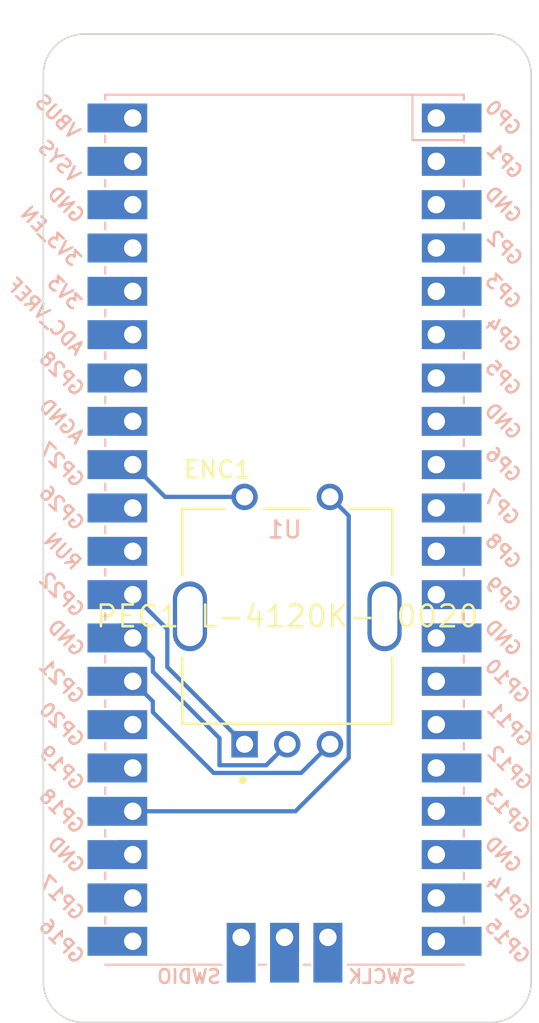
<source format=kicad_pcb>
(kicad_pcb (version 20221018) (generator pcbnew)
  (layers (0 "F.Cu" signal) (31 "B.Cu" signal) (34 "B.Paste" user) (35 "F.Paste" user) (36 "B.SilkS" user "B.Silkscreen") (37 "F.SilkS" user "F.Silkscreen") (38 "B.Mask" user) (39 "F.Mask" user) (44 "Edge.Cuts" user))
  (net 0 "")
  (net 24 "Net-(U1-GPIO18)")
  (net 29 "Net-(U1-GPIO27_ADC1)")
  (net 41 "Net-(ENC1-CHANNEL_A)")
  (net 42 "Net-(ENC1-COMMON)")
  (net 43 "Net-(ENC1-CHANNEL_B)")
  (footprint "Bourns-PEC11L-4120K-S0020:Bourns-PEC11L-4120K-S0020-MFG" (layer "F.Cu") (at 113.50625 86.51875)
    (fp_text reference "ENC1" (at -6.15 -8.6) (layer "F.SilkS") (effects (justify left)))
    (fp_text value "PEC11L-4120K-S0020" (at 0 0) (layer "F.SilkS") (effects (font (size 1.27 1.27))))
    (fp_line (start -6.15 -6.3) (end -3.65 -6.3) (stroke (width 0.15)) (layer "F.SilkS"))
    (fp_line (start -6.15 -2.424999) (end -6.15 -6.3) (stroke (width 0.15)) (layer "F.SilkS"))
    (fp_line (start -6.15 6.3) (end -6.15 2.424999) (stroke (width 0.15)) (layer "F.SilkS"))
    (fp_line (start -6.15 6.3) (end 6.15 6.3) (stroke (width 0.15)) (layer "F.SilkS"))
    (fp_line (start -1.35 -6.3) (end 1.35 -6.3) (stroke (width 0.15)) (layer "F.SilkS"))
    (fp_line (start 3.65 -6.3) (end 6.15 -6.3) (stroke (width 0.15)) (layer "F.SilkS"))
    (fp_line (start 6.15 -2.424999) (end 6.15 -6.3) (stroke (width 0.15)) (layer "F.SilkS"))
    (fp_line (start 6.15 6.3) (end 6.15 2.424999) (stroke (width 0.15)) (layer "F.SilkS"))
    (fp_circle (center -2.6 9.6) (end -2.475 9.6) (stroke (width 0.25)) (fill none) (layer "F.SilkS"))
    (pad "1" thru_hole circle (at -2.5 -7) (size 1.55 1.55) (drill 1) (layers "*.Cu") (net 29 "Net-(U1-GPIO27_ADC1)"))
    (pad "2" thru_hole circle (at 2.5 -7) (size 1.55 1.55) (drill 1) (layers "*.Cu") (net 24 "Net-(U1-GPIO18)"))
    (pad "3" thru_hole roundrect (at -5.7 0) (size 2 4.099999) (drill oval 1.5 3.5) (layers "*.Cu") (roundrect_rratio 0.5))
    (pad "4" thru_hole roundrect (at 5.7 0) (size 2 4.099999) (drill oval 1.5 3.5) (layers "*.Cu") (roundrect_rratio 0.5))
    (pad "A" thru_hole rect (at -2.5 7.5) (size 1.55 1.55) (drill 1) (layers "*.Cu") (net 41 "Net-(ENC1-CHANNEL_A)"))
    (pad "B" thru_hole circle (at 2.5 7.5) (size 1.55 1.55) (drill 1) (layers "*.Cu") (net 43 "Net-(ENC1-CHANNEL_B)"))
    (pad "C" thru_hole circle (at 0 7.5) (size 1.55 1.55) (drill 1) (layers "*.Cu") (net 42 "Net-(ENC1-COMMON)"))
  )
  (footprint "MCU_RaspberryPi_and_Boards:RPi_Pico_SMD_TH" (layer "B.Cu") (at 113.3475 81.43875 180)
    (fp_text reference "U1" (at 0 0) (layer "B.SilkS") (effects (justify mirror)))
    (fp_text value "Pico")
    (fp_text user "GP10" (at -13.054 -8.89 135) (layer "B.SilkS") (effects (font (size 0.8 0.8)) (justify mirror)))
    (fp_text user "GND" (at 12.8 -6.35 135) (layer "B.SilkS") (effects (font (size 0.8 0.8)) (justify mirror)))
    (fp_text user "AGND" (at 13.054 6.35 135) (layer "B.SilkS") (effects (font (size 0.8 0.8)) (justify mirror)))
    (fp_text user "3V3_EN" (at 13.7 17.2 135) (layer "B.SilkS") (effects (font (size 0.8 0.8)) (justify mirror)))
    (fp_text user "GP15" (at -13.054 -24.13 135) (layer "B.SilkS") (effects (font (size 0.8 0.8)) (justify mirror)))
    (fp_text user "GP8" (at -12.8 -1.27 135) (layer "B.SilkS") (effects (font (size 0.8 0.8)) (justify mirror)))
    (fp_text user "GND" (at 12.8 -19.05 135) (layer "B.SilkS") (effects (font (size 0.8 0.8)) (justify mirror)))
    (fp_text user "GP26" (at 13.054 1.27 135) (layer "B.SilkS") (effects (font (size 0.8 0.8)) (justify mirror)))
    (fp_text user "ADC_VREF" (at 14 12.5 135) (layer "B.SilkS") (effects (font (size 0.8 0.8)) (justify mirror)))
    (fp_text user "GP7" (at -12.7 1.3 135) (layer "B.SilkS") (effects (font (size 0.8 0.8)) (justify mirror)))
    (fp_text user "VBUS" (at 13.3 24.2 135) (layer "B.SilkS") (effects (font (size 0.8 0.8)) (justify mirror)))
    (fp_text user "GP28" (at 13.054 9.144 135) (layer "B.SilkS") (effects (font (size 0.8 0.8)) (justify mirror)))
    (fp_text user "GP18" (at 13.054 -16.51 135) (layer "B.SilkS") (effects (font (size 0.8 0.8)) (justify mirror)))
    (fp_text user "GP14" (at -13.1 -21.59 135) (layer "B.SilkS") (effects (font (size 0.8 0.8)) (justify mirror)))
    (fp_text user "GND" (at 12.8 19.05 135) (layer "B.SilkS") (effects (font (size 0.8 0.8)) (justify mirror)))
    (fp_text user "GP2" (at -12.9 16.51 135) (layer "B.SilkS") (effects (font (size 0.8 0.8)) (justify mirror)))
    (fp_text user "GP6" (at -12.8 3.81 135) (layer "B.SilkS") (effects (font (size 0.8 0.8)) (justify mirror)))
    (fp_text user "GP12" (at -13.2 -13.97 135) (layer "B.SilkS") (effects (font (size 0.8 0.8)) (justify mirror)))
    (fp_text user "GND" (at -12.8 19.05 135) (layer "B.SilkS") (effects (font (size 0.8 0.8)) (justify mirror)))
    (fp_text user "GP11" (at -13.2 -11.43 135) (layer "B.SilkS") (effects (font (size 0.8 0.8)) (justify mirror)))
    (fp_text user "SWCLK" (at -5.7 -26.2) (layer "B.SilkS") (effects (font (size 0.8 0.8)) (justify mirror)))
    (fp_text user "GP20" (at 13.054 -11.43 135) (layer "B.SilkS") (effects (font (size 0.8 0.8)) (justify mirror)))
    (fp_text user "GP19" (at 13.054 -13.97 135) (layer "B.SilkS") (effects (font (size 0.8 0.8)) (justify mirror)))
    (fp_text user "GND" (at -12.8 -6.35 135) (layer "B.SilkS") (effects (font (size 0.8 0.8)) (justify mirror)))
    (fp_text user "GP22" (at 13.054 -3.81 135) (layer "B.SilkS") (effects (font (size 0.8 0.8)) (justify mirror)))
    (fp_text user "GP16" (at 13.054 -24.13 135) (layer "B.SilkS") (effects (font (size 0.8 0.8)) (justify mirror)))
    (fp_text user "VSYS" (at 13.2 21.59 135) (layer "B.SilkS") (effects (font (size 0.8 0.8)) (justify mirror)))
    (fp_text user "GP4" (at -12.8 11.43 135) (layer "B.SilkS") (effects (font (size 0.8 0.8)) (justify mirror)))
    (fp_text user "GP27" (at 13.054 3.8 135) (layer "B.SilkS") (effects (font (size 0.8 0.8)) (justify mirror)))
    (fp_text user "GP5" (at -12.8 8.89 135) (layer "B.SilkS") (effects (font (size 0.8 0.8)) (justify mirror)))
    (fp_text user "GP3" (at -12.8 13.97 135) (layer "B.SilkS") (effects (font (size 0.8 0.8)) (justify mirror)))
    (fp_text user "GND" (at -12.8 6.35 135) (layer "B.SilkS") (effects (font (size 0.8 0.8)) (justify mirror)))
    (fp_text user "GP0" (at -12.8 24.13 135) (layer "B.SilkS") (effects (font (size 0.8 0.8)) (justify mirror)))
    (fp_text user "3V3" (at 12.9 13.9 135) (layer "B.SilkS") (effects (font (size 0.8 0.8)) (justify mirror)))
    (fp_text user "GP9" (at -12.8 -3.81 135) (layer "B.SilkS") (effects (font (size 0.8 0.8)) (justify mirror)))
    (fp_text user "GND" (at -12.8 -19.05 135) (layer "B.SilkS") (effects (font (size 0.8 0.8)) (justify mirror)))
    (fp_text user "GP21" (at 13.054 -8.9 135) (layer "B.SilkS") (effects (font (size 0.8 0.8)) (justify mirror)))
    (fp_text user "GP17" (at 13.054 -21.59 135) (layer "B.SilkS") (effects (font (size 0.8 0.8)) (justify mirror)))
    (fp_text user "SWDIO" (at 5.6 -26.2) (layer "B.SilkS") (effects (font (size 0.8 0.8)) (justify mirror)))
    (fp_text user "RUN" (at 13 -1.27 135) (layer "B.SilkS") (effects (font (size 0.8 0.8)) (justify mirror)))
    (fp_text user "GP1" (at -12.9 21.6 135) (layer "B.SilkS") (effects (font (size 0.8 0.8)) (justify mirror)))
    (fp_text user "GP13" (at -13.054 -16.51 135) (layer "B.SilkS") (effects (font (size 0.8 0.8)) (justify mirror)))
    (fp_line (start -10.5 -22.7) (end -10.5 -23.1) (stroke (width 0.12)) (layer "B.SilkS"))
    (fp_line (start -10.5 -20.1) (end -10.5 -20.5) (stroke (width 0.12)) (layer "B.SilkS"))
    (fp_line (start -10.5 -17.6) (end -10.5 -18) (stroke (width 0.12)) (layer "B.SilkS"))
    (fp_line (start -10.5 -15.1) (end -10.5 -15.5) (stroke (width 0.12)) (layer "B.SilkS"))
    (fp_line (start -10.5 -12.5) (end -10.5 -12.9) (stroke (width 0.12)) (layer "B.SilkS"))
    (fp_line (start -10.5 -10) (end -10.5 -10.4) (stroke (width 0.12)) (layer "B.SilkS"))
    (fp_line (start -10.5 -7.4) (end -10.5 -7.8) (stroke (width 0.12)) (layer "B.SilkS"))
    (fp_line (start -10.5 -4.9) (end -10.5 -5.3) (stroke (width 0.12)) (layer "B.SilkS"))
    (fp_line (start -10.5 -2.3) (end -10.5 -2.7) (stroke (width 0.12)) (layer "B.SilkS"))
    (fp_line (start -10.5 0.2) (end -10.5 -0.2) (stroke (width 0.12)) (layer "B.SilkS"))
    (fp_line (start -10.5 2.7) (end -10.5 2.3) (stroke (width 0.12)) (layer "B.SilkS"))
    (fp_line (start -10.5 5.3) (end -10.5 4.9) (stroke (width 0.12)) (layer "B.SilkS"))
    (fp_line (start -10.5 7.8) (end -10.5 7.4) (stroke (width 0.12)) (layer "B.SilkS"))
    (fp_line (start -10.5 10.4) (end -10.5 10) (stroke (width 0.12)) (layer "B.SilkS"))
    (fp_line (start -10.5 12.9) (end -10.5 12.5) (stroke (width 0.12)) (layer "B.SilkS"))
    (fp_line (start -10.5 15.4) (end -10.5 15) (stroke (width 0.12)) (layer "B.SilkS"))
    (fp_line (start -10.5 18) (end -10.5 17.6) (stroke (width 0.12)) (layer "B.SilkS"))
    (fp_line (start -10.5 20.5) (end -10.5 20.1) (stroke (width 0.12)) (layer "B.SilkS"))
    (fp_line (start -10.5 22.833) (end -7.493 22.833) (stroke (width 0.12)) (layer "B.SilkS"))
    (fp_line (start -10.5 23.1) (end -10.5 22.7) (stroke (width 0.12)) (layer "B.SilkS"))
    (fp_line (start -10.5 25.5) (end -10.5 25.2) (stroke (width 0.12)) (layer "B.SilkS"))
    (fp_line (start -10.5 25.5) (end 10.5 25.5) (stroke (width 0.12)) (layer "B.SilkS"))
    (fp_line (start -7.493 22.833) (end -7.493 25.5) (stroke (width 0.12)) (layer "B.SilkS"))
    (fp_line (start -3.7 -25.5) (end -10.5 -25.5) (stroke (width 0.12)) (layer "B.SilkS"))
    (fp_line (start -1.5 -25.5) (end -1.1 -25.5) (stroke (width 0.12)) (layer "B.SilkS"))
    (fp_line (start 1.1 -25.5) (end 1.5 -25.5) (stroke (width 0.12)) (layer "B.SilkS"))
    (fp_line (start 10.5 -25.5) (end 3.7 -25.5) (stroke (width 0.12)) (layer "B.SilkS"))
    (fp_line (start 10.5 -22.7) (end 10.5 -23.1) (stroke (width 0.12)) (layer "B.SilkS"))
    (fp_line (start 10.5 -20.1) (end 10.5 -20.5) (stroke (width 0.12)) (layer "B.SilkS"))
    (fp_line (start 10.5 -17.6) (end 10.5 -18) (stroke (width 0.12)) (layer "B.SilkS"))
    (fp_line (start 10.5 -15.1) (end 10.5 -15.5) (stroke (width 0.12)) (layer "B.SilkS"))
    (fp_line (start 10.5 -12.5) (end 10.5 -12.9) (stroke (width 0.12)) (layer "B.SilkS"))
    (fp_line (start 10.5 -10) (end 10.5 -10.4) (stroke (width 0.12)) (layer "B.SilkS"))
    (fp_line (start 10.5 -7.4) (end 10.5 -7.8) (stroke (width 0.12)) (layer "B.SilkS"))
    (fp_line (start 10.5 -4.9) (end 10.5 -5.3) (stroke (width 0.12)) (layer "B.SilkS"))
    (fp_line (start 10.5 -2.3) (end 10.5 -2.7) (stroke (width 0.12)) (layer "B.SilkS"))
    (fp_line (start 10.5 0.2) (end 10.5 -0.2) (stroke (width 0.12)) (layer "B.SilkS"))
    (fp_line (start 10.5 2.7) (end 10.5 2.3) (stroke (width 0.12)) (layer "B.SilkS"))
    (fp_line (start 10.5 5.3) (end 10.5 4.9) (stroke (width 0.12)) (layer "B.SilkS"))
    (fp_line (start 10.5 7.8) (end 10.5 7.4) (stroke (width 0.12)) (layer "B.SilkS"))
    (fp_line (start 10.5 10.4) (end 10.5 10) (stroke (width 0.12)) (layer "B.SilkS"))
    (fp_line (start 10.5 12.9) (end 10.5 12.5) (stroke (width 0.12)) (layer "B.SilkS"))
    (fp_line (start 10.5 15.4) (end 10.5 15) (stroke (width 0.12)) (layer "B.SilkS"))
    (fp_line (start 10.5 18) (end 10.5 17.6) (stroke (width 0.12)) (layer "B.SilkS"))
    (fp_line (start 10.5 20.5) (end 10.5 20.1) (stroke (width 0.12)) (layer "B.SilkS"))
    (fp_line (start 10.5 23.1) (end 10.5 22.7) (stroke (width 0.12)) (layer "B.SilkS"))
    (fp_line (start 10.5 25.5) (end 10.5 25.2) (stroke (width 0.12)) (layer "B.SilkS"))
    (pad "" np_thru_hole oval (at -2.725 24 180) (size 1.8 1.8) (drill 1.8) (layers "*.Cu" "*.Mask"))
    (pad "" np_thru_hole oval (at -2.425 20.97 180) (size 1.5 1.5) (drill 1.5) (layers "*.Cu" "*.Mask"))
    (pad "" np_thru_hole oval (at 2.425 20.97 180) (size 1.5 1.5) (drill 1.5) (layers "*.Cu" "*.Mask"))
    (pad "" np_thru_hole oval (at 2.725 24 180) (size 1.8 1.8) (drill 1.8) (layers "*.Cu" "*.Mask"))
    (pad "1" thru_hole oval (at -8.89 24.13 180) (size 1.7 1.7) (drill 1.02) (layers "*.Cu" "*.Mask"))
    (pad "1" smd rect (at -8.89 24.13 180) (size 3.5 1.7) (drill (offset -0.9 0)) (layers "B.Cu" "B.Mask"))
    (pad "2" thru_hole oval (at -8.89 21.59 180) (size 1.7 1.7) (drill 1.02) (layers "*.Cu" "*.Mask"))
    (pad "2" smd rect (at -8.89 21.59 180) (size 3.5 1.7) (drill (offset -0.9 0)) (layers "B.Cu" "B.Mask"))
    (pad "3" thru_hole rect (at -8.89 19.05 180) (size 1.7 1.7) (drill 1.02) (layers "*.Cu" "*.Mask"))
    (pad "3" smd rect (at -8.89 19.05 180) (size 3.5 1.7) (drill (offset -0.9 0)) (layers "B.Cu" "B.Mask"))
    (pad "4" thru_hole oval (at -8.89 16.51 180) (size 1.7 1.7) (drill 1.02) (layers "*.Cu" "*.Mask"))
    (pad "4" smd rect (at -8.89 16.51 180) (size 3.5 1.7) (drill (offset -0.9 0)) (layers "B.Cu" "B.Mask"))
    (pad "5" thru_hole oval (at -8.89 13.97 180) (size 1.7 1.7) (drill 1.02) (layers "*.Cu" "*.Mask"))
    (pad "5" smd rect (at -8.89 13.97 180) (size 3.5 1.7) (drill (offset -0.9 0)) (layers "B.Cu" "B.Mask"))
    (pad "6" thru_hole oval (at -8.89 11.43 180) (size 1.7 1.7) (drill 1.02) (layers "*.Cu" "*.Mask"))
    (pad "6" smd rect (at -8.89 11.43 180) (size 3.5 1.7) (drill (offset -0.9 0)) (layers "B.Cu" "B.Mask"))
    (pad "7" thru_hole oval (at -8.89 8.89 180) (size 1.7 1.7) (drill 1.02) (layers "*.Cu" "*.Mask"))
    (pad "7" smd rect (at -8.89 8.89 180) (size 3.5 1.7) (drill (offset -0.9 0)) (layers "B.Cu" "B.Mask"))
    (pad "8" thru_hole rect (at -8.89 6.35 180) (size 1.7 1.7) (drill 1.02) (layers "*.Cu" "*.Mask"))
    (pad "8" smd rect (at -8.89 6.35 180) (size 3.5 1.7) (drill (offset -0.9 0)) (layers "B.Cu" "B.Mask"))
    (pad "9" thru_hole oval (at -8.89 3.81 180) (size 1.7 1.7) (drill 1.02) (layers "*.Cu" "*.Mask"))
    (pad "9" smd rect (at -8.89 3.81 180) (size 3.5 1.7) (drill (offset -0.9 0)) (layers "B.Cu" "B.Mask"))
    (pad "10" thru_hole oval (at -8.89 1.27 180) (size 1.7 1.7) (drill 1.02) (layers "*.Cu" "*.Mask"))
    (pad "10" smd rect (at -8.89 1.27 180) (size 3.5 1.7) (drill (offset -0.9 0)) (layers "B.Cu" "B.Mask"))
    (pad "11" thru_hole oval (at -8.89 -1.27 180) (size 1.7 1.7) (drill 1.02) (layers "*.Cu" "*.Mask"))
    (pad "11" smd rect (at -8.89 -1.27 180) (size 3.5 1.7) (drill (offset -0.9 0)) (layers "B.Cu" "B.Mask"))
    (pad "12" thru_hole oval (at -8.89 -3.81 180) (size 1.7 1.7) (drill 1.02) (layers "*.Cu" "*.Mask"))
    (pad "12" smd rect (at -8.89 -3.81 180) (size 3.5 1.7) (drill (offset -0.9 0)) (layers "B.Cu" "B.Mask"))
    (pad "13" thru_hole rect (at -8.89 -6.35 180) (size 1.7 1.7) (drill 1.02) (layers "*.Cu" "*.Mask"))
    (pad "13" smd rect (at -8.89 -6.35 180) (size 3.5 1.7) (drill (offset -0.9 0)) (layers "B.Cu" "B.Mask"))
    (pad "14" thru_hole oval (at -8.89 -8.89 180) (size 1.7 1.7) (drill 1.02) (layers "*.Cu" "*.Mask"))
    (pad "14" smd rect (at -8.89 -8.89 180) (size 3.5 1.7) (drill (offset -0.9 0)) (layers "B.Cu" "B.Mask"))
    (pad "15" thru_hole oval (at -8.89 -11.43 180) (size 1.7 1.7) (drill 1.02) (layers "*.Cu" "*.Mask"))
    (pad "15" smd rect (at -8.89 -11.43 180) (size 3.5 1.7) (drill (offset -0.9 0)) (layers "B.Cu" "B.Mask"))
    (pad "16" thru_hole oval (at -8.89 -13.97 180) (size 1.7 1.7) (drill 1.02) (layers "*.Cu" "*.Mask"))
    (pad "16" smd rect (at -8.89 -13.97 180) (size 3.5 1.7) (drill (offset -0.9 0)) (layers "B.Cu" "B.Mask"))
    (pad "17" thru_hole oval (at -8.89 -16.51 180) (size 1.7 1.7) (drill 1.02) (layers "*.Cu" "*.Mask"))
    (pad "17" smd rect (at -8.89 -16.51 180) (size 3.5 1.7) (drill (offset -0.9 0)) (layers "B.Cu" "B.Mask"))
    (pad "18" thru_hole rect (at -8.89 -19.05 180) (size 1.7 1.7) (drill 1.02) (layers "*.Cu" "*.Mask"))
    (pad "18" smd rect (at -8.89 -19.05 180) (size 3.5 1.7) (drill (offset -0.9 0)) (layers "B.Cu" "B.Mask"))
    (pad "19" thru_hole oval (at -8.89 -21.59 180) (size 1.7 1.7) (drill 1.02) (layers "*.Cu" "*.Mask"))
    (pad "19" smd rect (at -8.89 -21.59 180) (size 3.5 1.7) (drill (offset -0.9 0)) (layers "B.Cu" "B.Mask"))
    (pad "20" thru_hole oval (at -8.89 -24.13 180) (size 1.7 1.7) (drill 1.02) (layers "*.Cu" "*.Mask"))
    (pad "20" smd rect (at -8.89 -24.13 180) (size 3.5 1.7) (drill (offset -0.9 0)) (layers "B.Cu" "B.Mask"))
    (pad "21" thru_hole oval (at 8.89 -24.13 180) (size 1.7 1.7) (drill 1.02) (layers "*.Cu" "*.Mask"))
    (pad "21" smd rect (at 8.89 -24.13 180) (size 3.5 1.7) (drill (offset 0.9 0)) (layers "B.Cu" "B.Mask"))
    (pad "22" thru_hole oval (at 8.89 -21.59 180) (size 1.7 1.7) (drill 1.02) (layers "*.Cu" "*.Mask"))
    (pad "22" smd rect (at 8.89 -21.59 180) (size 3.5 1.7) (drill (offset 0.9 0)) (layers "B.Cu" "B.Mask"))
    (pad "23" thru_hole rect (at 8.89 -19.05 180) (size 1.7 1.7) (drill 1.02) (layers "*.Cu" "*.Mask"))
    (pad "23" smd rect (at 8.89 -19.05 180) (size 3.5 1.7) (drill (offset 0.9 0)) (layers "B.Cu" "B.Mask"))
    (pad "24" thru_hole oval (at 8.89 -16.51 180) (size 1.7 1.7) (drill 1.02) (layers "*.Cu" "*.Mask") (net 24 "Net-(U1-GPIO18)"))
    (pad "24" smd rect (at 8.89 -16.51 180) (size 3.5 1.7) (drill (offset 0.9 0)) (layers "B.Cu" "B.Mask") (net 24 "Net-(U1-GPIO18)"))
    (pad "25" thru_hole oval (at 8.89 -13.97 180) (size 1.7 1.7) (drill 1.02) (layers "*.Cu" "*.Mask"))
    (pad "25" smd rect (at 8.89 -13.97 180) (size 3.5 1.7) (drill (offset 0.9 0)) (layers "B.Cu" "B.Mask"))
    (pad "26" thru_hole oval (at 8.89 -11.43 180) (size 1.7 1.7) (drill 1.02) (layers "*.Cu" "*.Mask"))
    (pad "26" smd rect (at 8.89 -11.43 180) (size 3.5 1.7) (drill (offset 0.9 0)) (layers "B.Cu" "B.Mask"))
    (pad "27" thru_hole oval (at 8.89 -8.89 180) (size 1.7 1.7) (drill 1.02) (layers "*.Cu" "*.Mask") (net 43 "Net-(ENC1-CHANNEL_B)"))
    (pad "27" smd rect (at 8.89 -8.89 180) (size 3.5 1.7) (drill (offset 0.9 0)) (layers "B.Cu" "B.Mask") (net 43 "Net-(ENC1-CHANNEL_B)"))
    (pad "28" thru_hole rect (at 8.89 -6.35 180) (size 1.7 1.7) (drill 1.02) (layers "*.Cu" "*.Mask") (net 42 "Net-(ENC1-COMMON)"))
    (pad "28" smd rect (at 8.89 -6.35 180) (size 3.5 1.7) (drill (offset 0.9 0)) (layers "B.Cu" "B.Mask") (net 42 "Net-(ENC1-COMMON)"))
    (pad "29" thru_hole oval (at 8.89 -3.81 180) (size 1.7 1.7) (drill 1.02) (layers "*.Cu" "*.Mask") (net 41 "Net-(ENC1-CHANNEL_A)"))
    (pad "29" smd rect (at 8.89 -3.81 180) (size 3.5 1.7) (drill (offset 0.9 0)) (layers "B.Cu" "B.Mask") (net 41 "Net-(ENC1-CHANNEL_A)"))
    (pad "30" thru_hole oval (at 8.89 -1.27 180) (size 1.7 1.7) (drill 1.02) (layers "*.Cu" "*.Mask"))
    (pad "30" smd rect (at 8.89 -1.27 180) (size 3.5 1.7) (drill (offset 0.9 0)) (layers "B.Cu" "B.Mask"))
    (pad "31" thru_hole oval (at 8.89 1.27 180) (size 1.7 1.7) (drill 1.02) (layers "*.Cu" "*.Mask"))
    (pad "31" smd rect (at 8.89 1.27 180) (size 3.5 1.7) (drill (offset 0.9 0)) (layers "B.Cu" "B.Mask"))
    (pad "32" thru_hole oval (at 8.89 3.81 180) (size 1.7 1.7) (drill 1.02) (layers "*.Cu" "*.Mask") (net 29 "Net-(U1-GPIO27_ADC1)"))
    (pad "32" smd rect (at 8.89 3.81 180) (size 3.5 1.7) (drill (offset 0.9 0)) (layers "B.Cu" "B.Mask") (net 29 "Net-(U1-GPIO27_ADC1)"))
    (pad "33" thru_hole rect (at 8.89 6.35 180) (size 1.7 1.7) (drill 1.02) (layers "*.Cu" "*.Mask"))
    (pad "33" smd rect (at 8.89 6.35 180) (size 3.5 1.7) (drill (offset 0.9 0)) (layers "B.Cu" "B.Mask"))
    (pad "34" thru_hole oval (at 8.89 8.89 180) (size 1.7 1.7) (drill 1.02) (layers "*.Cu" "*.Mask"))
    (pad "34" smd rect (at 8.89 8.89 180) (size 3.5 1.7) (drill (offset 0.9 0)) (layers "B.Cu" "B.Mask"))
    (pad "35" thru_hole oval (at 8.89 11.43 180) (size 1.7 1.7) (drill 1.02) (layers "*.Cu" "*.Mask"))
    (pad "35" smd rect (at 8.89 11.43 180) (size 3.5 1.7) (drill (offset 0.9 0)) (layers "B.Cu" "B.Mask"))
    (pad "36" thru_hole oval (at 8.89 13.97 180) (size 1.7 1.7) (drill 1.02) (layers "*.Cu" "*.Mask"))
    (pad "36" smd rect (at 8.89 13.97 180) (size 3.5 1.7) (drill (offset 0.9 0)) (layers "B.Cu" "B.Mask"))
    (pad "37" thru_hole oval (at 8.89 16.51 180) (size 1.7 1.7) (drill 1.02) (layers "*.Cu" "*.Mask"))
    (pad "37" smd rect (at 8.89 16.51 180) (size 3.5 1.7) (drill (offset 0.9 0)) (layers "B.Cu" "B.Mask"))
    (pad "38" thru_hole rect (at 8.89 19.05 180) (size 1.7 1.7) (drill 1.02) (layers "*.Cu" "*.Mask"))
    (pad "38" smd rect (at 8.89 19.05 180) (size 3.5 1.7) (drill (offset 0.9 0)) (layers "B.Cu" "B.Mask"))
    (pad "39" thru_hole oval (at 8.89 21.59 180) (size 1.7 1.7) (drill 1.02) (layers "*.Cu" "*.Mask"))
    (pad "39" smd rect (at 8.89 21.59 180) (size 3.5 1.7) (drill (offset 0.9 0)) (layers "B.Cu" "B.Mask"))
    (pad "40" thru_hole oval (at 8.89 24.13 180) (size 1.7 1.7) (drill 1.02) (layers "*.Cu" "*.Mask"))
    (pad "40" smd rect (at 8.89 24.13 180) (size 3.5 1.7) (drill (offset 0.9 0)) (layers "B.Cu" "B.Mask"))
    (pad "41" thru_hole oval (at -2.54 -23.9 180) (size 1.7 1.7) (drill 1.02) (layers "*.Cu" "*.Mask"))
    (pad "41" smd rect (at -2.54 -23.9 90) (size 3.5 1.7) (drill (offset -0.9 0)) (layers "B.Cu" "B.Mask"))
    (pad "42" thru_hole rect (at 0 -23.9 180) (size 1.7 1.7) (drill 1.02) (layers "*.Cu" "*.Mask"))
    (pad "42" smd rect (at 0 -23.9 90) (size 3.5 1.7) (drill (offset -0.9 0)) (layers "B.Cu" "B.Mask"))
    (pad "43" thru_hole oval (at 2.54 -23.9 180) (size 1.7 1.7) (drill 1.02) (layers "*.Cu" "*.Mask"))
    (pad "43" smd rect (at 2.54 -23.9 90) (size 3.5 1.7) (drill (offset -0.9 0)) (layers "B.Cu" "B.Mask"))
  )
  (gr_line (start 125.4125 110.33125) (end 101.6 110.33125) (stroke (width 0.1)) (layer "Edge.Cuts"))
  (gr_arc (start 127.79375 107.95) (mid 127.096298 109.633798) (end 125.4125 110.33125) (stroke (width 0.1)) (layer "Edge.Cuts"))
  (gr_line (start 101.6 52.3875) (end 125.4125 52.3875) (stroke (width 0.1)) (layer "Edge.Cuts"))
  (gr_arc (start 125.4125 52.3875) (mid 127.096298 53.084952) (end 127.79375 54.76875) (stroke (width 0.1)) (layer "Edge.Cuts"))
  (gr_arc (start 101.6 110.33125) (mid 99.916202 109.633798) (end 99.21875 107.95) (stroke (width 0.1)) (layer "Edge.Cuts"))
  (gr_line (start 127.79375 107.95) (end 127.79375 54.76875) (stroke (width 0.1)) (layer "Edge.Cuts"))
  (gr_arc (start 99.21875 54.76875) (mid 99.916202 53.084952) (end 101.6 52.3875) (stroke (width 0.1)) (layer "Edge.Cuts"))
  (gr_line (start 99.21875 107.95) (end 99.21875 54.76875) (stroke (width 0.1)) (layer "Edge.Cuts"))
  (segment (start 117.10625 94.825) (end 113.9825 97.94875) (width 0.25) (layer "B.Cu") (net 24))
  (segment (start 113.9825 97.94875) (end 104.4575 97.94875) (width 0.25) (layer "B.Cu") (net 24))
  (segment (start 117.10625 80.61875) (end 117.10625 94.825) (width 0.25) (layer "B.Cu") (net 24))
  (segment (start 116.00625 79.51875) (end 117.10625 80.61875) (width 0.25) (layer "B.Cu") (net 24))
  (segment (start 111.00625 79.51875) (end 106.3475 79.51875) (width 0.25) (layer "B.Cu") (net 29))
  (segment (start 106.3475 79.51875) (end 104.4575 77.62875) (width 0.25) (layer "B.Cu") (net 29))
  (segment (start 106.48125 89.49375) (end 106.48125 87.2725) (width 0.25) (layer "B.Cu") (net 41))
  (segment (start 106.48125 87.2725) (end 104.4575 85.24875) (width 0.25) (layer "B.Cu") (net 41))
  (segment (start 111.00625 94.01875) (end 106.48125 89.49375) (width 0.25) (layer "B.Cu") (net 41))
  (segment (start 112.275 95.25) (end 109.5375 95.25) (width 0.25) (layer "B.Cu") (net 42))
  (segment (start 109.5375 95.25) (end 109.5375 93.6625) (width 0.25) (layer "B.Cu") (net 42))
  (segment (start 113.50625 94.01875) (end 112.275 95.25) (width 0.25) (layer "B.Cu") (net 42))
  (segment (start 109.5375 93.6625) (end 105.6325 89.7575) (width 0.25) (layer "B.Cu") (net 42))
  (segment (start 105.6325 88.96375) (end 104.4575 87.78875) (width 0.25) (layer "B.Cu") (net 42))
  (segment (start 105.6325 89.7575) (end 105.6325 88.96375) (width 0.25) (layer "B.Cu") (net 42))
  (segment (start 109.19375 95.7) (end 105.6325 92.13875) (width 0.25) (layer "B.Cu") (net 43))
  (segment (start 105.6325 92.13875) (end 105.6325 91.50375) (width 0.25) (layer "B.Cu") (net 43))
  (segment (start 114.325 95.7) (end 109.19375 95.7) (width 0.25) (layer "B.Cu") (net 43))
  (segment (start 116.00625 94.01875) (end 114.325 95.7) (width 0.25) (layer "B.Cu") (net 43))
  (segment (start 105.6325 91.50375) (end 104.4575 90.32875) (width 0.25) (layer "B.Cu") (net 43))
)
</source>
